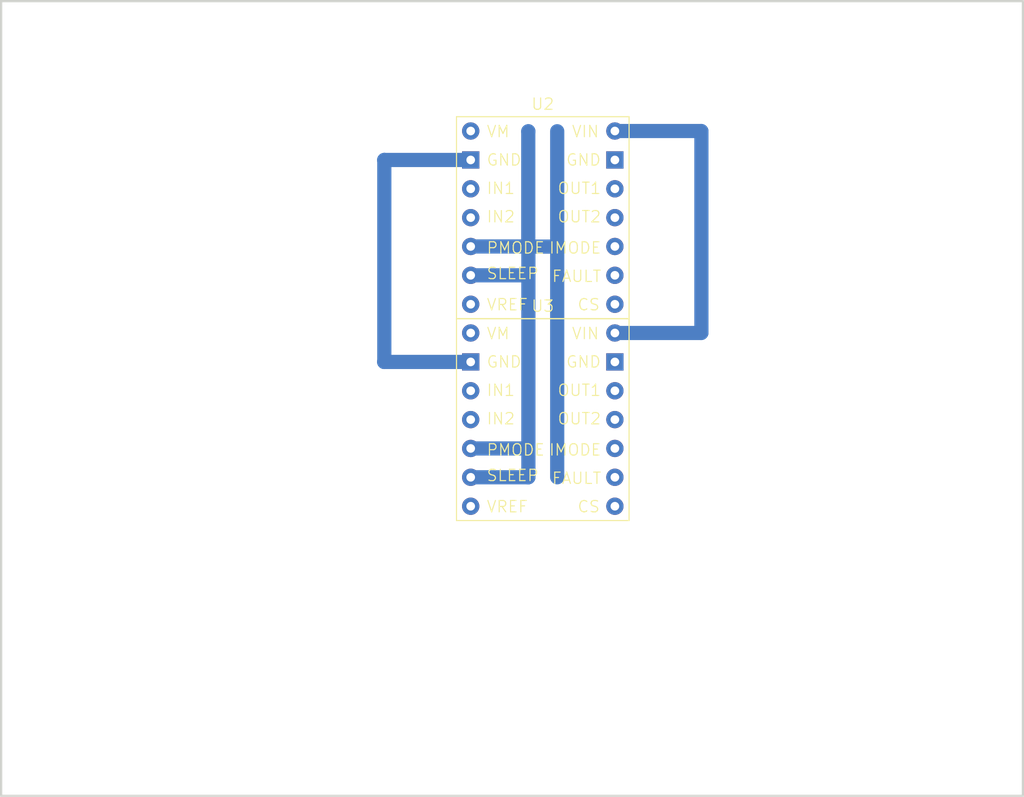
<source format=kicad_pcb>
(kicad_pcb (version 20241229) (generator "pcbnew") (generator_version "9.0")
  (layers (0 "F.Cu" signal) (2 "B.Cu" signal) (13 "F.Paste" user) (15 "B.Paste" user) (5 "F.SilkS" user "F.Silkscreen") (7 "B.SilkS" user "B.Silkscreen") (1 "F.Mask" user) (3 "B.Mask" user) (25 "Edge.Cuts" user))
  (net 0 "")
  (net 1 "AGND")
  (net 4 "/Phase A-")
  (net 5 "+24V")
  (net 7 "+3.3V")
  (net 8 "/IN2_A-")
  (net 9 "/Phase_A_CS")
  (net 10 "/Phase A+")
  (net 11 "/IN1_A+")
  (net 12 "/Phase_B_CS")
  (net 13 "/Phase B-")
  (net 16 "/Phase B+")
  (net 18 "/IN1_B+")
  (net 19 "/IN2_B-")
  (footprint "Custom_Library:Pololu_Breakout_DRV8874" (layer "F.Cu") (at 156.21 55.87)
    (property "Reference" "U2" (at 0 -10 0) (layer "F.SilkS") (effects (font (thickness 0.1))))
    (property "Value" "Pololu_Breakout_DRV8874")
    (fp_line (start -7.6 -8.89) (end 7.6 -8.89) (stroke (width 0.1)) (layer "F.SilkS"))
    (fp_line (start -7.6 8.89) (end -7.6 -8.89) (stroke (width 0.1)) (layer "F.SilkS"))
    (fp_line (start 7.6 -8.89) (end 7.6 8.89) (stroke (width 0.1)) (layer "F.SilkS"))
    (fp_line (start 7.6 8.89) (end -7.6 8.89) (stroke (width 0.1)) (layer "F.SilkS"))
    (fp_text user "IN2" (at -5 0.5 0) (layer "F.SilkS") (effects (font (thickness 0.1)) (justify left bottom)))
    (fp_text user "SLEEP" (at -5 5.5 0) (layer "F.SilkS") (effects (font (thickness 0.1)) (justify left bottom)))
    (fp_text user "GND" (at 2 -4.5 0) (layer "F.SilkS") (effects (font (thickness 0.1)) (justify left bottom)))
    (fp_text user "IN1" (at -5 -2 0) (layer "F.SilkS") (effects (font (thickness 0.1)) (justify left bottom)))
    (fp_text user "VM" (at -5 -7 0) (layer "F.SilkS") (effects (font (thickness 0.1)) (justify left bottom)))
    (fp_text user "PMODE" (at -5 3.25 0) (layer "F.SilkS") (effects (font (thickness 0.1)) (justify left bottom)))
    (fp_text user "GND" (at -5 -4.5 0) (layer "F.SilkS") (effects (font (thickness 0.1)) (justify left bottom)))
    (fp_text user "FAULT" (at 0.75 5.75 0) (layer "F.SilkS") (effects (font (thickness 0.1)) (justify left bottom)))
    (fp_text user "VIN" (at 2.5 -7 0) (layer "F.SilkS") (effects (font (thickness 0.1)) (justify left bottom)))
    (fp_text user "CS" (at 3 8.25 0) (layer "F.SilkS") (effects (font (thickness 0.1)) (justify left bottom)))
    (fp_text user "OUT1" (at 1.25 -2 0) (layer "F.SilkS") (effects (font (thickness 0.1)) (justify left bottom)))
    (fp_text user "VREF" (at -5 8.25 0) (layer "F.SilkS") (effects (font (thickness 0.1)) (justify left bottom)))
    (fp_text user "IMODE" (at 0.5 3.25 0) (layer "F.SilkS") (effects (font (thickness 0.1)) (justify left bottom)))
    (fp_text user "OUT2" (at 1.25 0.5 0) (layer "F.SilkS") (effects (font (thickness 0.1)) (justify left bottom)))
    (pad "1" thru_hole circle (at -6.35 -7.63) (size 1.524 1.524) (drill 0.762) (layers "*.Cu" "*.Mask"))
    (pad "2" thru_hole rect (at -6.35 -5.08) (size 1.524 1.524) (drill 0.762) (layers "*.Cu" "*.Mask") (net 1 "AGND"))
    (pad "3" thru_hole circle (at -6.35 -2.54) (size 1.524 1.524) (drill 0.762) (layers "*.Cu" "*.Mask") (net 11 "/IN1_A+"))
    (pad "4" thru_hole circle (at -6.35 0) (size 1.524 1.524) (drill 0.762) (layers "*.Cu" "*.Mask") (net 8 "/IN2_A-"))
    (pad "5" thru_hole circle (at -6.35 2.54) (size 1.524 1.524) (drill 0.762) (layers "*.Cu" "*.Mask") (net 7 "+3.3V"))
    (pad "6" thru_hole circle (at -6.35 5.08) (size 1.524 1.524) (drill 0.762) (layers "*.Cu" "*.Mask") (net 7 "+3.3V"))
    (pad "7" thru_hole circle (at -6.35 7.63) (size 1.524 1.524) (drill 0.762) (layers "*.Cu" "*.Mask"))
    (pad "8" thru_hole circle (at 6.35 -7.63) (size 1.524 1.524) (drill 0.762) (layers "*.Cu" "*.Mask") (net 5 "+24V"))
    (pad "9" thru_hole rect (at 6.35 -5.08) (size 1.524 1.524) (drill 0.762) (layers "*.Cu" "*.Mask") (net 1 "AGND"))
    (pad "10" thru_hole circle (at 6.35 -2.54) (size 1.524 1.524) (drill 0.762) (layers "*.Cu" "*.Mask") (net 10 "/Phase A+"))
    (pad "11" thru_hole circle (at 6.35 0) (size 1.524 1.524) (drill 0.762) (layers "*.Cu" "*.Mask") (net 4 "/Phase A-"))
    (pad "12" thru_hole circle (at 6.35 2.54) (size 1.524 1.524) (drill 0.762) (layers "*.Cu" "*.Mask"))
    (pad "13" thru_hole circle (at 6.35 5.08) (size 1.524 1.524) (drill 0.762) (layers "*.Cu" "*.Mask"))
    (pad "14" thru_hole circle (at 6.35 7.63) (size 1.524 1.524) (drill 0.762) (layers "*.Cu" "*.Mask") (net 9 "/Phase_A_CS"))
  )
  (footprint "Custom_Library:Pololu_Breakout_DRV8874" (layer "F.Cu") (at 156.21 73.66)
    (property "Reference" "U3" (at 0 -10 0) (layer "F.SilkS") (effects (font (thickness 0.1))))
    (property "Value" "Pololu_Breakout_DRV8874")
    (fp_line (start -7.6 -8.89) (end 7.6 -8.89) (stroke (width 0.1)) (layer "F.SilkS"))
    (fp_line (start -7.6 8.89) (end -7.6 -8.89) (stroke (width 0.1)) (layer "F.SilkS"))
    (fp_line (start 7.6 -8.89) (end 7.6 8.89) (stroke (width 0.1)) (layer "F.SilkS"))
    (fp_line (start 7.6 8.89) (end -7.6 8.89) (stroke (width 0.1)) (layer "F.SilkS"))
    (fp_text user "GND" (at 2 -4.5 0) (layer "F.SilkS") (effects (font (thickness 0.1)) (justify left bottom)))
    (fp_text user "IN2" (at -5 0.5 0) (layer "F.SilkS") (effects (font (thickness 0.1)) (justify left bottom)))
    (fp_text user "VIN" (at 2.5 -7 0) (layer "F.SilkS") (effects (font (thickness 0.1)) (justify left bottom)))
    (fp_text user "IN1" (at -5 -2 0) (layer "F.SilkS") (effects (font (thickness 0.1)) (justify left bottom)))
    (fp_text user "PMODE" (at -5 3.25 0) (layer "F.SilkS") (effects (font (thickness 0.1)) (justify left bottom)))
    (fp_text user "FAULT" (at 0.75 5.75 0) (layer "F.SilkS") (effects (font (thickness 0.1)) (justify left bottom)))
    (fp_text user "VREF" (at -5 8.25 0) (layer "F.SilkS") (effects (font (thickness 0.1)) (justify left bottom)))
    (fp_text user "SLEEP" (at -5 5.5 0) (layer "F.SilkS") (effects (font (thickness 0.1)) (justify left bottom)))
    (fp_text user "OUT2" (at 1.25 0.5 0) (layer "F.SilkS") (effects (font (thickness 0.1)) (justify left bottom)))
    (fp_text user "OUT1" (at 1.25 -2 0) (layer "F.SilkS") (effects (font (thickness 0.1)) (justify left bottom)))
    (fp_text user "IMODE" (at 0.5 3.25 0) (layer "F.SilkS") (effects (font (thickness 0.1)) (justify left bottom)))
    (fp_text user "CS" (at 3 8.25 0) (layer "F.SilkS") (effects (font (thickness 0.1)) (justify left bottom)))
    (fp_text user "VM" (at -5 -7 0) (layer "F.SilkS") (effects (font (thickness 0.1)) (justify left bottom)))
    (fp_text user "GND" (at -5 -4.5 0) (layer "F.SilkS") (effects (font (thickness 0.1)) (justify left bottom)))
    (pad "1" thru_hole circle (at -6.35 -7.63) (size 1.524 1.524) (drill 0.762) (layers "*.Cu" "*.Mask"))
    (pad "2" thru_hole rect (at -6.35 -5.08) (size 1.524 1.524) (drill 0.762) (layers "*.Cu" "*.Mask") (net 1 "AGND"))
    (pad "3" thru_hole circle (at -6.35 -2.54) (size 1.524 1.524) (drill 0.762) (layers "*.Cu" "*.Mask") (net 18 "/IN1_B+"))
    (pad "4" thru_hole circle (at -6.35 0) (size 1.524 1.524) (drill 0.762) (layers "*.Cu" "*.Mask") (net 19 "/IN2_B-"))
    (pad "5" thru_hole circle (at -6.35 2.54) (size 1.524 1.524) (drill 0.762) (layers "*.Cu" "*.Mask") (net 7 "+3.3V"))
    (pad "6" thru_hole circle (at -6.35 5.08) (size 1.524 1.524) (drill 0.762) (layers "*.Cu" "*.Mask") (net 7 "+3.3V"))
    (pad "7" thru_hole circle (at -6.35 7.63) (size 1.524 1.524) (drill 0.762) (layers "*.Cu" "*.Mask"))
    (pad "8" thru_hole circle (at 6.35 -7.63) (size 1.524 1.524) (drill 0.762) (layers "*.Cu" "*.Mask") (net 5 "+24V"))
    (pad "9" thru_hole rect (at 6.35 -5.08) (size 1.524 1.524) (drill 0.762) (layers "*.Cu" "*.Mask") (net 1 "AGND"))
    (pad "10" thru_hole circle (at 6.35 -2.54) (size 1.524 1.524) (drill 0.762) (layers "*.Cu" "*.Mask") (net 16 "/Phase B+"))
    (pad "11" thru_hole circle (at 6.35 0) (size 1.524 1.524) (drill 0.762) (layers "*.Cu" "*.Mask") (net 13 "/Phase B-"))
    (pad "12" thru_hole circle (at 6.35 2.54) (size 1.524 1.524) (drill 0.762) (layers "*.Cu" "*.Mask"))
    (pad "13" thru_hole circle (at 6.35 5.08) (size 1.524 1.524) (drill 0.762) (layers "*.Cu" "*.Mask"))
    (pad "14" thru_hole circle (at 6.35 7.63) (size 1.524 1.524) (drill 0.762) (layers "*.Cu" "*.Mask") (net 12 "/Phase_B_CS"))
  )
  (gr_rect (start 108.5 36.8) (end 198.5 106.8) (stroke (width 0.2)) (fill no) (layer "Edge.Cuts"))
  (segment (start 142.25 50.79) (end 142.24 50.8) (width 1.25) (layer "B.Cu") (net 1))
  (segment (start 149.86 50.79) (end 142.25 50.79) (width 1.25) (layer "B.Cu") (net 1))
  (segment (start 142.24 68.58) (end 149.86 68.58) (width 1.25) (layer "B.Cu") (net 1))
  (segment (start 142.25 68.57) (end 142.24 68.58) (width 1.25) (layer "B.Cu") (net 1))
  (segment (start 142.25 50.79) (end 142.25 68.57) (width 1.25) (layer "B.Cu") (net 1))
  (segment (start 170.18 66.01) (end 170.16 66.03) (width 1.25) (layer "B.Cu") (net 5))
  (segment (start 170.16 66.03) (end 162.56 66.03) (width 1.25) (layer "B.Cu") (net 5))
  (segment (start 170.18 48.26) (end 170.18 66.01) (width 1.25) (layer "B.Cu") (net 5))
  (segment (start 170.16 48.24) (end 170.18 48.26) (width 1.25) (layer "B.Cu") (net 5))
  (segment (start 162.56 48.24) (end 170.16 48.24) (width 1.25) (layer "B.Cu") (net 5))
  (segment (start 154.93 60.95) (end 154.94 60.96) (width 1.25) (layer "B.Cu") (net 7))
  (segment (start 157.48 58.42) (end 157.48 48.26) (width 1.25) (layer "B.Cu") (net 7))
  (segment (start 149.86 78.74) (end 154.93 78.74) (width 1.25) (layer "B.Cu") (net 7))
  (segment (start 154.93 58.41) (end 154.94 58.42) (width 1.25) (layer "B.Cu") (net 7))
  (segment (start 154.93 48.27) (end 154.94 48.26) (width 1.25) (layer "B.Cu") (net 7))
  (segment (start 154.94 60.96) (end 154.94 78.73) (width 1.25) (layer "B.Cu") (net 7))
  (segment (start 154.94 60.96) (end 154.94 58.42) (width 1.25) (layer "B.Cu") (net 7))
  (segment (start 157.48 58.42) (end 157.48 78.74) (width 1.25) (layer "B.Cu") (net 7))
  (segment (start 154.94 78.73) (end 154.93 78.74) (width 1.25) (layer "B.Cu") (net 7))
  (segment (start 149.86 58.41) (end 154.93 58.41) (width 1.25) (layer "B.Cu") (net 7))
  (segment (start 149.86 60.95) (end 154.93 60.95) (width 1.25) (layer "B.Cu") (net 7))
  (segment (start 149.85 60.96) (end 149.86 60.95) (width 1.25) (layer "B.Cu") (net 7))
  (segment (start 154.94 58.42) (end 157.48 58.42) (width 1.25) (layer "B.Cu") (net 7))
  (segment (start 149.87 76.2) (end 149.86 76.19) (width 1.25) (layer "B.Cu") (net 7))
  (segment (start 154.93 76.2) (end 149.86 76.2) (width 1.25) (layer "B.Cu") (net 7))
  (segment (start 154.93 58.41) (end 154.93 48.27) (width 1.25) (layer "B.Cu") (net 7))
  (segment (start 162.56 73.64) (end 162.54 73.66) (width 1.25) (layer "B.Cu") (net 13))
)
</source>
